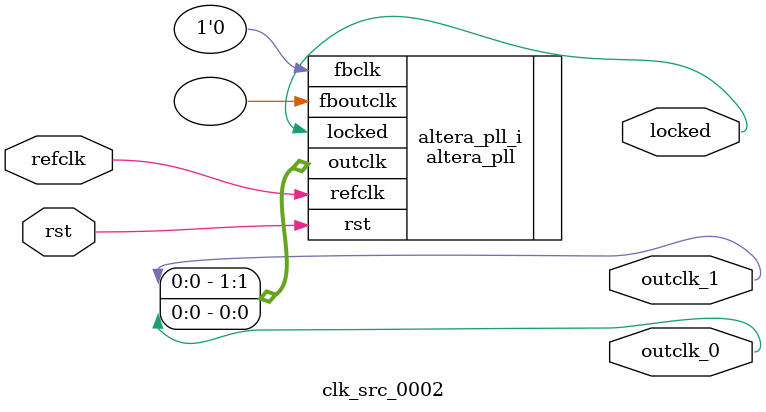
<source format=v>
`timescale 1ns/10ps
module  clk_src_0002(

	// interface 'refclk'
	input wire refclk,

	// interface 'reset'
	input wire rst,

	// interface 'outclk0'
	output wire outclk_0,

	// interface 'outclk1'
	output wire outclk_1,

	// interface 'locked'
	output wire locked
);

	altera_pll #(
		.fractional_vco_multiplier("false"),
		.reference_clock_frequency("50.0 MHz"),
		.operation_mode("direct"),
		.number_of_clocks(2),
		.output_clock_frequency0("65.000000 MHz"),
		.phase_shift0("0 ps"),
		.duty_cycle0(50),
		.output_clock_frequency1("8.425925 MHz"),
		.phase_shift1("0 ps"),
		.duty_cycle1(50),
		.output_clock_frequency2("0 MHz"),
		.phase_shift2("0 ps"),
		.duty_cycle2(50),
		.output_clock_frequency3("0 MHz"),
		.phase_shift3("0 ps"),
		.duty_cycle3(50),
		.output_clock_frequency4("0 MHz"),
		.phase_shift4("0 ps"),
		.duty_cycle4(50),
		.output_clock_frequency5("0 MHz"),
		.phase_shift5("0 ps"),
		.duty_cycle5(50),
		.output_clock_frequency6("0 MHz"),
		.phase_shift6("0 ps"),
		.duty_cycle6(50),
		.output_clock_frequency7("0 MHz"),
		.phase_shift7("0 ps"),
		.duty_cycle7(50),
		.output_clock_frequency8("0 MHz"),
		.phase_shift8("0 ps"),
		.duty_cycle8(50),
		.output_clock_frequency9("0 MHz"),
		.phase_shift9("0 ps"),
		.duty_cycle9(50),
		.output_clock_frequency10("0 MHz"),
		.phase_shift10("0 ps"),
		.duty_cycle10(50),
		.output_clock_frequency11("0 MHz"),
		.phase_shift11("0 ps"),
		.duty_cycle11(50),
		.output_clock_frequency12("0 MHz"),
		.phase_shift12("0 ps"),
		.duty_cycle12(50),
		.output_clock_frequency13("0 MHz"),
		.phase_shift13("0 ps"),
		.duty_cycle13(50),
		.output_clock_frequency14("0 MHz"),
		.phase_shift14("0 ps"),
		.duty_cycle14(50),
		.output_clock_frequency15("0 MHz"),
		.phase_shift15("0 ps"),
		.duty_cycle15(50),
		.output_clock_frequency16("0 MHz"),
		.phase_shift16("0 ps"),
		.duty_cycle16(50),
		.output_clock_frequency17("0 MHz"),
		.phase_shift17("0 ps"),
		.duty_cycle17(50),
		.pll_type("General"),
		.pll_subtype("General")
	) altera_pll_i (
		.rst	(rst),
		.outclk	({outclk_1, outclk_0}),
		.locked	(locked),
		.fboutclk	( ),
		.fbclk	(1'b0),
		.refclk	(refclk)
	);
endmodule


</source>
